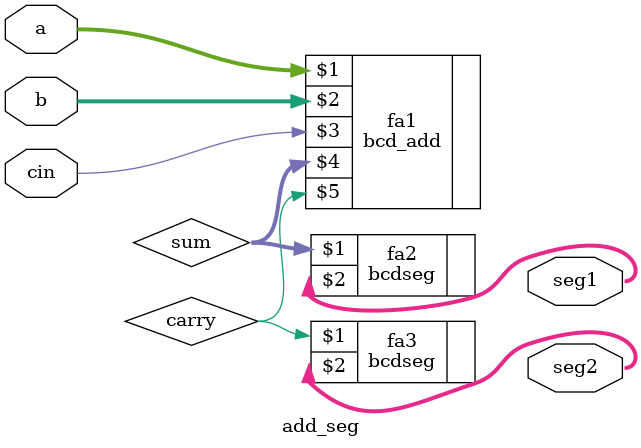
<source format=v>
module add_seg(a,b,cin,seg1,seg2);
input [3:0]a,b;
input cin;
output [6:0] seg1,seg2;
wire [3:0] sum;
wire carry;



bcd_add fa1(a,b,cin,sum,carry);
bcdseg fa2(sum,seg1);
bcdseg fa3(carry,seg2);


endmodule
</source>
